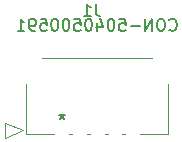
<source format=gbr>
%TF.GenerationSoftware,KiCad,Pcbnew,(6.0.7)*%
%TF.CreationDate,2023-01-31T02:47:43-08:00*%
%TF.ProjectId,solar-panel-NoCutout,736f6c61-722d-4706-916e-656c2d4e6f43,2.0*%
%TF.SameCoordinates,Original*%
%TF.FileFunction,Legend,Bot*%
%TF.FilePolarity,Positive*%
%FSLAX46Y46*%
G04 Gerber Fmt 4.6, Leading zero omitted, Abs format (unit mm)*
G04 Created by KiCad (PCBNEW (6.0.7)) date 2023-01-31 02:47:43*
%MOMM*%
%LPD*%
G01*
G04 APERTURE LIST*
%ADD10C,0.150000*%
%ADD11C,0.120000*%
%ADD12C,5.250000*%
%ADD13R,0.600000X1.000000*%
%ADD14R,1.250000X1.800000*%
G04 APERTURE END LIST*
D10*
%TO.C,J1*%
X126373333Y-114042380D02*
X126373333Y-114756666D01*
X126420952Y-114899523D01*
X126516190Y-114994761D01*
X126659047Y-115042380D01*
X126754285Y-115042380D01*
X125373333Y-115042380D02*
X125944761Y-115042380D01*
X125659047Y-115042380D02*
X125659047Y-114042380D01*
X125754285Y-114185238D01*
X125849523Y-114280476D01*
X125944761Y-114328095D01*
X132619049Y-116217142D02*
X132666668Y-116264761D01*
X132809525Y-116312380D01*
X132904763Y-116312380D01*
X133047621Y-116264761D01*
X133142859Y-116169523D01*
X133190478Y-116074285D01*
X133238097Y-115883809D01*
X133238097Y-115740952D01*
X133190478Y-115550476D01*
X133142859Y-115455238D01*
X133047621Y-115360000D01*
X132904763Y-115312380D01*
X132809525Y-115312380D01*
X132666668Y-115360000D01*
X132619049Y-115407619D01*
X132000002Y-115312380D02*
X131809525Y-115312380D01*
X131714287Y-115360000D01*
X131619049Y-115455238D01*
X131571430Y-115645714D01*
X131571430Y-115979047D01*
X131619049Y-116169523D01*
X131714287Y-116264761D01*
X131809525Y-116312380D01*
X132000002Y-116312380D01*
X132095240Y-116264761D01*
X132190478Y-116169523D01*
X132238097Y-115979047D01*
X132238097Y-115645714D01*
X132190478Y-115455238D01*
X132095240Y-115360000D01*
X132000002Y-115312380D01*
X131142859Y-116312380D02*
X131142859Y-115312380D01*
X130571430Y-116312380D01*
X130571430Y-115312380D01*
X130095240Y-115931428D02*
X129333335Y-115931428D01*
X128380954Y-115312380D02*
X128857144Y-115312380D01*
X128904763Y-115788571D01*
X128857144Y-115740952D01*
X128761906Y-115693333D01*
X128523811Y-115693333D01*
X128428573Y-115740952D01*
X128380954Y-115788571D01*
X128333335Y-115883809D01*
X128333335Y-116121904D01*
X128380954Y-116217142D01*
X128428573Y-116264761D01*
X128523811Y-116312380D01*
X128761906Y-116312380D01*
X128857144Y-116264761D01*
X128904763Y-116217142D01*
X127714287Y-115312380D02*
X127619049Y-115312380D01*
X127523811Y-115360000D01*
X127476192Y-115407619D01*
X127428573Y-115502857D01*
X127380954Y-115693333D01*
X127380954Y-115931428D01*
X127428573Y-116121904D01*
X127476192Y-116217142D01*
X127523811Y-116264761D01*
X127619049Y-116312380D01*
X127714287Y-116312380D01*
X127809525Y-116264761D01*
X127857144Y-116217142D01*
X127904763Y-116121904D01*
X127952382Y-115931428D01*
X127952382Y-115693333D01*
X127904763Y-115502857D01*
X127857144Y-115407619D01*
X127809525Y-115360000D01*
X127714287Y-115312380D01*
X126523811Y-115645714D02*
X126523811Y-116312380D01*
X126761906Y-115264761D02*
X127000002Y-115979047D01*
X126380954Y-115979047D01*
X125809525Y-115312380D02*
X125714287Y-115312380D01*
X125619049Y-115360000D01*
X125571430Y-115407619D01*
X125523811Y-115502857D01*
X125476192Y-115693333D01*
X125476192Y-115931428D01*
X125523811Y-116121904D01*
X125571430Y-116217142D01*
X125619049Y-116264761D01*
X125714287Y-116312380D01*
X125809525Y-116312380D01*
X125904763Y-116264761D01*
X125952382Y-116217142D01*
X126000002Y-116121904D01*
X126047621Y-115931428D01*
X126047621Y-115693333D01*
X126000002Y-115502857D01*
X125952382Y-115407619D01*
X125904763Y-115360000D01*
X125809525Y-115312380D01*
X124571430Y-115312380D02*
X125047621Y-115312380D01*
X125095240Y-115788571D01*
X125047621Y-115740952D01*
X124952382Y-115693333D01*
X124714287Y-115693333D01*
X124619049Y-115740952D01*
X124571430Y-115788571D01*
X124523811Y-115883809D01*
X124523811Y-116121904D01*
X124571430Y-116217142D01*
X124619049Y-116264761D01*
X124714287Y-116312380D01*
X124952382Y-116312380D01*
X125047621Y-116264761D01*
X125095240Y-116217142D01*
X123904763Y-115312380D02*
X123809525Y-115312380D01*
X123714287Y-115360000D01*
X123666668Y-115407619D01*
X123619049Y-115502857D01*
X123571430Y-115693333D01*
X123571430Y-115931428D01*
X123619049Y-116121904D01*
X123666668Y-116217142D01*
X123714287Y-116264761D01*
X123809525Y-116312380D01*
X123904763Y-116312380D01*
X124000002Y-116264761D01*
X124047621Y-116217142D01*
X124095240Y-116121904D01*
X124142859Y-115931428D01*
X124142859Y-115693333D01*
X124095240Y-115502857D01*
X124047621Y-115407619D01*
X124000002Y-115360000D01*
X123904763Y-115312380D01*
X122952382Y-115312380D02*
X122857144Y-115312380D01*
X122761906Y-115360000D01*
X122714287Y-115407619D01*
X122666668Y-115502857D01*
X122619049Y-115693333D01*
X122619049Y-115931428D01*
X122666668Y-116121904D01*
X122714287Y-116217142D01*
X122761906Y-116264761D01*
X122857144Y-116312380D01*
X122952382Y-116312380D01*
X123047621Y-116264761D01*
X123095240Y-116217142D01*
X123142859Y-116121904D01*
X123190478Y-115931428D01*
X123190478Y-115693333D01*
X123142859Y-115502857D01*
X123095240Y-115407619D01*
X123047621Y-115360000D01*
X122952382Y-115312380D01*
X121714287Y-115312380D02*
X122190478Y-115312380D01*
X122238097Y-115788571D01*
X122190478Y-115740952D01*
X122095240Y-115693333D01*
X121857144Y-115693333D01*
X121761906Y-115740952D01*
X121714287Y-115788571D01*
X121666668Y-115883809D01*
X121666668Y-116121904D01*
X121714287Y-116217142D01*
X121761906Y-116264761D01*
X121857144Y-116312380D01*
X122095240Y-116312380D01*
X122190478Y-116264761D01*
X122238097Y-116217142D01*
X121190478Y-116312380D02*
X121000002Y-116312380D01*
X120904763Y-116264761D01*
X120857144Y-116217142D01*
X120761906Y-116074285D01*
X120714287Y-115883809D01*
X120714287Y-115502857D01*
X120761906Y-115407619D01*
X120809525Y-115360000D01*
X120904763Y-115312380D01*
X121095240Y-115312380D01*
X121190478Y-115360000D01*
X121238097Y-115407619D01*
X121285716Y-115502857D01*
X121285716Y-115740952D01*
X121238097Y-115836190D01*
X121190478Y-115883809D01*
X121095240Y-115931428D01*
X120904763Y-115931428D01*
X120809525Y-115883809D01*
X120761906Y-115836190D01*
X120714287Y-115740952D01*
X119761906Y-116312380D02*
X120333335Y-116312380D01*
X120047621Y-116312380D02*
X120047621Y-115312380D01*
X120142859Y-115455238D01*
X120238097Y-115550476D01*
X120333335Y-115598095D01*
X123520000Y-123322380D02*
X123520000Y-123560476D01*
X123758095Y-123465238D02*
X123520000Y-123560476D01*
X123281904Y-123465238D01*
X123662857Y-123750952D02*
X123520000Y-123560476D01*
X123377142Y-123750952D01*
D11*
X132524989Y-125090000D02*
X130120041Y-125090000D01*
X132524989Y-120780040D02*
X132524989Y-125090000D01*
X125879959Y-125090000D02*
X125620040Y-125090000D01*
X127379961Y-125090000D02*
X127120039Y-125090000D01*
X118697013Y-125385000D02*
X120221013Y-124750000D01*
X128879961Y-125090000D02*
X128620041Y-125090000D01*
X121839885Y-118650000D02*
X131160116Y-118650000D01*
X120221013Y-124750000D02*
X118697013Y-124115000D01*
X124379960Y-125090000D02*
X124120040Y-125090000D01*
X122879960Y-125090000D02*
X120475012Y-125090000D01*
X118697013Y-124115000D02*
X118697013Y-125385000D01*
X120475012Y-125090000D02*
X120475012Y-120780040D01*
%TD*%
%LPC*%
D12*
%TO.C,J2*%
X106500000Y-70300000D03*
%TD*%
%TO.C,J3*%
X106500000Y-159300000D03*
%TD*%
%TO.C,J4*%
X182500000Y-70300000D03*
%TD*%
%TO.C,J5*%
X182500000Y-159300000D03*
%TD*%
D13*
%TO.C,J1*%
X123500000Y-124750000D03*
X125000000Y-124750000D03*
X126499999Y-124750000D03*
X128000001Y-124750000D03*
X129500001Y-124750000D03*
D14*
X120895001Y-119560000D03*
X132104999Y-119560000D03*
%TD*%
M02*

</source>
